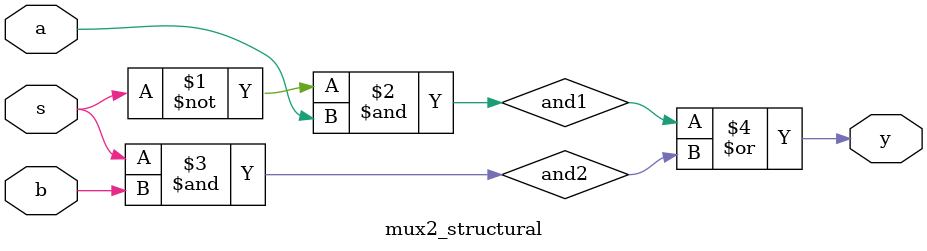
<source format=sv>
module mux2_structural (output logic y, input logic a, b, s);

// Write HDL here




wire and1;
wire and2;



assign and1 = ~s & a;
assign and2 = s & b;
assign y = and1 | and2;

endmodule
</source>
